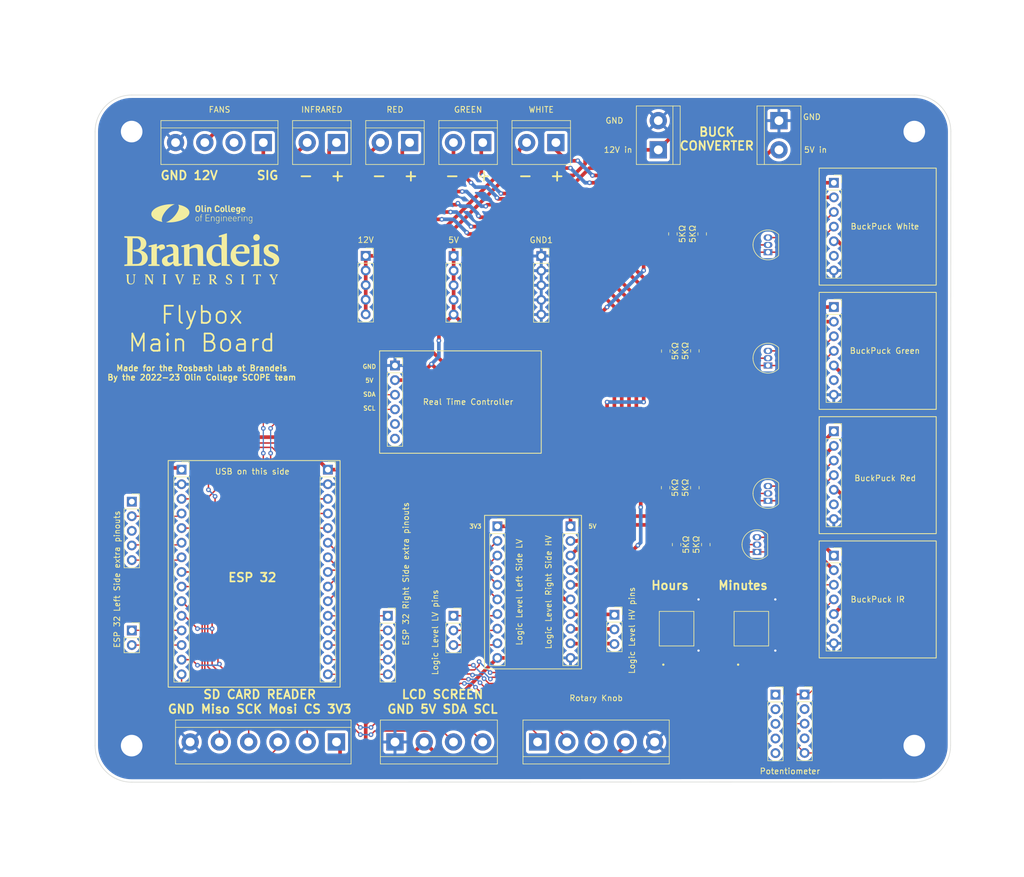
<source format=kicad_pcb>
(kicad_pcb (version 20211014) (generator pcbnew)
  (layers (0 "F.Cu" signal) (31 "B.Cu" signal) (34 "B.Paste" user) (35 "F.Paste" user) (36 "B.SilkS" user "B.Silkscreen") (37 "F.SilkS" user "F.Silkscreen") (38 "B.Mask" user) (39 "F.Mask" user) (44 "Edge.Cuts" user))
  (net 0 "")
  (net 1 "/GND")
  (net 2 "/5V")
  (net 3 "/12V")
  (net 4 "/3V3")
  (net 5 "Net-(J18-Pad2)")
  (net 6 "Net-(J18-Pad4)")
  (net 7 "Net-(J18-Pad5)")
  (net 8 "/D5")
  (net 9 "/D18")
  (net 10 "/D19")
  (net 11 "/D21")
  (net 12 "Net-(J19-Pad1)")
  (net 13 "Net-(J19-Pad2)")
  (net 14 "/D22")
  (net 15 "/D23")
  (net 18 "/D27")
  (net 19 "/D26")
  (net 20 "/D25")
  (net 21 "/D33")
  (net 22 "/D32")
  (net 23 "Net-(J25-Pad1)")
  (net 24 "Net-(J25-Pad2)")
  (net 25 "Net-(J25-Pad3)")
  (net 26 "Net-(J25-Pad4)")
  (net 27 "Net-(J25-Pad5)")
  (net 28 "/HV5")
  (net 29 "/X")
  (net 30 "/R LED+")
  (net 31 "/R LED-")
  (net 32 "/G LED+")
  (net 33 "/G LED-")
  (net 34 "/W LED+")
  (net 35 "/W LED-")
  (net 36 "/IR LED+")
  (net 37 "/IR LED-")
  (net 38 "/HV4")
  (net 39 "Net-(J16-Pad1)")
  (net 40 "Net-(J21-Pad1)")
  (net 41 "Net-(J21-Pad2)")
  (net 42 "Net-(J21-Pad3)")
  (net 44 "/HV2")
  (net 45 "/HV3")
  (net 46 "Net-(J27-Pad7)")
  (net 47 "Net-(J27-Pad8)")
  (net 48 "Net-(J27-Pad9)")
  (net 49 "/HV1")
  (net 50 "Net-(J16-Pad2)")
  (net 54 "Net-(J29-Pad1)")
  (net 55 "Net-(J31-Pad1)")
  (net 58 "Net-(J20-Pad3)")
  (net 59 "Net-(J33-Pad1)")
  (net 60 "Net-(J33-Pad2)")
  (net 61 "Net-(J35-Pad3)")
  (net 62 "Net-(J36-Pad3)")
  (net 63 "Net-(J29-Pad2)")
  (net 64 "Net-(J31-Pad2)")
  (net 65 "Net-(J37-Pad3)")
  (net 66 "/D15")
  (net 67 "/D4")
  (net 68 "/D13")
  (net 71 "/D12")
  (net 72 "/D14")
  (footprint "Package_TO_SOT_THT:TO-92_Inline" (layer "F.Cu") (at 131.445 95.885 90)
    (fp_text reference "J20")
    (fp_text value "Transistor")
  )
  (footprint "TerminalBlock:TerminalBlock_bornier-2_P5.08mm" (layer "F.Cu") (at 83.82 24.765 180)
    (fp_text reference "J11")
    (fp_text value "GREEN")
  )
  (footprint "Resistor_SMD:R_0805_2012Metric_Pad1.20x1.40mm_HandSolder" (layer "F.Cu") (at 120.65 84.725 -90)
    (fp_text reference "J33")
    (fp_text value "5KΩ")
  )
  (footprint "LOGO" (layer "F.Cu") (at 35.044091 45.085)
    (fp_text reference "G***")
    (fp_text value "LOGO" hide)
  )
  (footprint "Resistor_SMD:R_0805_2012Metric_Pad1.20x1.40mm_HandSolder" (layer "F.Cu") (at 121.92 40.64 -90)
    (fp_text reference "J29")
    (fp_text value "5KΩ")
  )
  (footprint "Resistor_SMD:R_0805_2012Metric_Pad1.20x1.40mm_HandSolder" (layer "F.Cu") (at 116.84 40.64 90)
    (fp_text reference "J30")
    (fp_text value "5KΩ")
  )
  (footprint "Package_TO_SOT_THT:TO-92_Inline" (layer "F.Cu") (at 133.35 63.5 90)
    (fp_text reference "J36")
    (fp_text value "Transistor")
  )
  (footprint "Connector_PinSocket_2.54mm:PinSocket_1x03_P2.54mm_Vertical" (layer "F.Cu") (at 78.74 106.9882)
    (fp_text reference "J21")
    (fp_text value "Logic Level LV pins")
  )
  (footprint "TerminalBlock:TerminalBlock_bornier-5_P5.08mm" (layer "F.Cu") (at 93.345 128.905)
    (fp_text reference "J6")
    (fp_text value "Rotary Knob")
  )
  (footprint "Resistor_SMD:R_0805_2012Metric_Pad1.20x1.40mm_HandSolder" (layer "F.Cu") (at 122.555 94.615 -90)
    (fp_text reference "J16")
    (fp_text value "5KΩ")
  )
  (footprint "Connector_PinSocket_2.54mm:PinSocket_1x10_P2.54mm_Vertical" (layer "F.Cu") (at 99.06 91.44)
    (fp_text reference "J27")
    (fp_text value "Logic Level Right Side HV")
  )
  (footprint "Connector_PinSocket_2.54mm:PinSocket_1x07_P2.54mm_Vertical" (layer "F.Cu") (at 144.78 74.93)
    (fp_text reference "J40")
    (fp_text value "BuckPuck Red")
  )
  (footprint "Connector_PinSocket_2.54mm:PinSocket_1x15_P2.54mm_Vertical" (layer "F.Cu") (at 56.9268 81.5882)
    (fp_text reference "J5")
    (fp_text value "ESP 32 Right Side")
  )
  (footprint "Package_TO_SOT_THT:TO-92_Inline" (layer "F.Cu") (at 133.35 43.815 90)
    (fp_text reference "J35")
    (fp_text value "Transistor")
  )
  (footprint "Connector_PinSocket_2.54mm:PinSocket_1x05_P2.54mm_Vertical" (layer "F.Cu") (at 67.335 106.9882)
    (fp_text reference "J25")
    (fp_text value "ESP 32 Right Side extra pinouts")
  )
  (footprint "Connector_PinSocket_2.54mm:PinSocket_1x06_P2.54mm_Vertical" (layer "F.Cu") (at 68.58 63.5)
    (fp_text reference "J4")
    (fp_text value "Real Time Controller")
  )
  (footprint "TerminalBlock:TerminalBlock_bornier-6_P5.08mm" (layer "F.Cu") (at 58.42 128.905 180)
    (fp_text reference "J15")
    (fp_text value "SD card reader")
  )
  (footprint "Connector_PinSocket_2.54mm:PinSocket_1x05_P2.54mm_Vertical" (layer "F.Cu") (at 93.98 44.48)
    (fp_text reference "GND1")
    (fp_text value "Extra pinouts GND")
  )
  (footprint "TerminalBlock:TerminalBlock_bornier-2_P5.08mm" (layer "F.Cu") (at 71.12 24.765 180)
    (fp_text reference "J10")
    (fp_text value "RED")
  )
  (footprint "Connector_PinSocket_2.54mm:PinSocket_1x05_P2.54mm_Vertical" (layer "F.Cu") (at 134.645 120.68)
    (fp_text reference "J22")
    (fp_text value "Potentiometer")
  )
  (footprint "Resistor_SMD:R_0805_2012Metric_Pad1.20x1.40mm_HandSolder" (layer "F.Cu") (at 115.595 60.99 90)
    (fp_text reference "J32")
    (fp_text value "5KΩ")
  )
  (footprint "TerminalBlock:TerminalBlock_bornier-4_P5.08mm" (layer "F.Cu") (at 45.72 24.765 180)
    (fp_text reference "J9")
    (fp_text value "FANS")
  )
  (footprint "Connector_PinSocket_2.54mm:PinSocket_1x05_P2.54mm_Vertical" (layer "F.Cu") (at 78.765 44.48)
    (fp_text reference "5V")
    (fp_text value "Extra pinouts 5V")
  )
  (footprint "Resistor_SMD:R_0805_2012Metric_Pad1.20x1.40mm_HandSolder" (layer "F.Cu") (at 120.65 60.96 -90)
    (fp_text reference "J31")
    (fp_text value "5KΩ")
  )
  (footprint "Connector_PinSocket_2.54mm:PinSocket_1x03_P2.54mm_Vertical" (layer "F.Cu") (at 106.68 106.8058)
    (fp_text reference "J28")
    (fp_text value "Logic Level HV pins")
  )
  (footprint "Connector_PinSocket_2.54mm:PinSocket_1x15_P2.54mm_Vertical" (layer "F.Cu") (at 31.5268 81.5882)
    (fp_text reference "J3")
    (fp_text value "ESP 32 Left Side")
  )
  (footprint "Connector_PinSocket_2.54mm:PinSocket_1x02_P2.54mm_Vertical" (layer "F.Cu") (at 22.885 109.5282)
    (fp_text reference "J19")
    (fp_text value "ESP 32 Left Side extra pinouts")
  )
  (footprint "Connector_PinSocket_2.54mm:PinSocket_1x07_P2.54mm_Vertical" (layer "F.Cu") (at 144.78 53.34)
    (fp_text reference "J39")
    (fp_text value "BuckPuck Green")
  )
  (footprint "TerminalBlock:TerminalBlock_bornier-2_P5.08mm" (layer "F.Cu") (at 58.42 24.765 180)
    (fp_text reference "J13")
    (fp_text value "INFRARED")
  )
  (footprint "TerminalBlock:TerminalBlock_bornier-2_P5.08mm" (layer "F.Cu") (at 96.52 24.765 180)
    (fp_text reference "J12")
    (fp_text value "WHITE")
  )
  (footprint "SnapEDA-Library:SW_1571563-2" (layer "F.Cu") (at 130.465 109.22 90)
    (fp_text reference "S2")
    (fp_text value "Minutes")
  )
  (footprint "TerminalBlock:TerminalBlock_bornier-2_P5.08mm" (layer "F.Cu") (at 135.255 20.955 -90)
    (fp_text reference "J1")
    (fp_text value "5V in")
  )
  (footprint "Resistor_SMD:R_0805_2012Metric_Pad1.20x1.40mm_HandSolder" (layer "F.Cu") (at 117.475 94.615 90)
    (fp_text reference "J17")
    (fp_text value "5KΩ")
  )
  (footprint "Connector_PinSocket_2.54mm:PinSocket_1x05_P2.54mm_Vertical" (layer "F.Cu") (at 139.7 120.65)
    (fp_text reference "J22")
    (fp_text value "Potentiometer")
  )
  (footprint "Connector_PinSocket_2.54mm:PinSocket_1x07_P2.54mm_Vertical" (layer "F.Cu") (at 144.78 96.52)
    (fp_text reference "J26")
    (fp_text value "BuckPuck IR")
  )
  (footprint "Connector_PinSocket_2.54mm:PinSocket_1x10_P2.54mm_Vertical" (layer "F.Cu") (at 86.36 91.44)
    (fp_text reference "J23")
    (fp_text value "Logic Level Left Side LV")
  )
  (footprint "TerminalBlock:TerminalBlock_bornier-4_P5.08mm" (layer "F.Cu") (at 68.58 128.905)
    (fp_text reference "J14")
    (fp_text value "LCD Screen")
  )
  (footprint "LOGO" (layer "F.Cu") (at 34.798 37.084)
    (fp_text reference "G***")
    (fp_text value "LOGO" hide)
  )
  (footprint "Package_TO_SOT_THT:TO-92_Inline" (layer "F.Cu") (at 133.35 86.995 90)
    (fp_text reference "J37")
    (fp_text value "Transistor")
  )
  (footprint "TerminalBlock:TerminalBlock_bornier-2_P5.08mm" (layer "F.Cu") (at 114.3 26.035 90)
    (fp_text reference "J2")
    (fp_text value "12V in")
  )
  (footprint "Connector_PinSocket_2.54mm:PinSocket_1x07_P2.54mm_Vertical" (layer "F.Cu") (at 144.78 31.75)
    (fp_text reference "J38")
    (fp_text value "BuckPuck White")
  )
  (footprint "Resistor_SMD:R_0805_2012Metric_Pad1.20x1.40mm_HandSolder" (layer "F.Cu") (at 115.57 84.725 90)
    (fp_text reference "J34")
    (fp_text value "5KΩ")
  )
  (footprint "Connector_PinSocket_2.54mm:PinSocket_1x05_P2.54mm_Vertical" (layer "F.Cu") (at 63.5 44.45)
    (fp_text reference "12V")
    (fp_text value "Extra pinouts 12V")
  )
  (footprint "Connector_PinSocket_2.54mm:PinSocket_1x05_P2.54mm_Vertical" (layer "F.Cu") (at 22.885 87.1462)
    (fp_text reference "J18")
    (fp_text value "ESP 32 Left Side extra pinouts")
  )
  (footprint "SnapEDA-Library:SW_1571563-2" (layer "F.Cu") (at 117.475 109.22 90)
    (fp_text reference "S1")
    (fp_text value "Hours")
  )
  (gr_rect (start 142.24 92.71) (end 162.56 72.39) (layer "F.SilkS") (width 0.15) (fill none))
  (gr_rect (start 142.24 71.12) (end 162.56 50.8) (layer "F.SilkS") (width 0.15) (fill none))
  (gr_rect (start 29.21 119.38) (end 59.055 80.01) (layer "F.SilkS") (width 0.15) (fill none))
  (gr_rect (start 142.24 114.3) (end 162.56 93.98) (layer "F.SilkS") (width 0.15) (fill none))
  (gr_rect (start 84.1375 116.205) (end 100.965 89.535) (layer "F.SilkS") (width 0.15) (fill none))
  (gr_rect (start 65.9157 78.74) (end 93.98 60.96) (layer "F.SilkS") (width 0.15) (fill none))
  (gr_rect (start 142.24 49.53) (end 162.56 29.21) (layer "F.SilkS") (width 0.15) (fill none))
  (gr_line (start 165.054873 129.494873) (end 165.1 22.86) (layer "Edge.Cuts") (width 0.1))
  (gr_arc (start 165.054873 129.494873) (mid 163.195 133.985) (end 158.704873 135.844873) (layer "Edge.Cuts") (width 0.1))
  (gr_line (start 22.86 135.89) (end 158.704873 135.844873) (layer "Edge.Cuts") (width 0.1))
  (gr_line (start 158.75 16.51) (end 22.86 16.51) (layer "Edge.Cuts") (width 0.1))
  (gr_line (start 16.51 22.86) (end 16.51 129.54) (layer "Edge.Cuts") (width 0.1))
  (gr_arc (start 158.75 16.51) (mid 163.240127 18.369873) (end 165.1 22.86) (layer "Edge.Cuts") (width 0.1))
  (gr_arc (start 16.51 22.86) (mid 18.369873 18.369873) (end 22.86 16.51) (layer "Edge.Cuts") (width 0.1))
  (gr_arc (start 22.86 135.89) (mid 18.369872 134.030128) (end 16.51 129.54) (layer "Edge.Cuts") (width 0.1))
  (gr_text "GND Miso SCK Mosi CS 3V3" (at 45.085 123.19) (layer "F.SilkS") (effects (font (size 1.5 1.5) (thickness 0.3))))
  (gr_text "SD CARD READER\n" (at 45.085 120.65) (layer "F.SilkS") (effects (font (size 1.5 1.5) (thickness 0.3))))
  (gr_text "Hours	Minutes\n" (at 123.19 101.705) (layer "F.SilkS") (effects (font (size 1.5 1.5) (thickness 0.3))))
  (gr_text "GND" (at 106.68 20.955) (layer "F.SilkS") (effects (font (size 1 1))))
  (gr_text "GND 5V SDA SCL" (at 76.835 123.19) (layer "F.SilkS") (effects (font (size 1.5 1.5) (thickness 0.3))))
  (gr_text "USB on this side" (at 43.815 81.915) (layer "F.SilkS") (effects (font (size 1 1))))
  (gr_text "-  +" (at 81.28 30.48) (layer "F.SilkS") (effects (font (size 2 2) (thickness 0.3))))
  (gr_text "Flybox\nMain Board\n" (at 35.035772 57.15) (layer "F.SilkS") (effects (font (size 3 3) (thickness 0.3))))
  (gr_text "GND\n\n5V\n\nSDA\n\nSCL" (at 64.135 67.31) (layer "F.SilkS") (effects (font (size 0.75 0.75))))
  (gr_text "-  +" (at 68.58 30.48) (layer "F.SilkS") (effects (font (size 2 2) (thickness 0.3))))
  (gr_text "GND" (at 140.97 20.32) (layer "F.SilkS") (effects (font (size 1 1))))
  (gr_text "Made for the Rosbash Lab at Brandeis\nBy the 2022-23 Olin College SCOPE team" (at 35.035772 64.77) (layer "F.SilkS") (effects (font (size 1 1) (thickness 0.2))))
  (gr_text "GND 12V      SIG" (at 38.1 30.48) (layer "F.SilkS") (effects (font (size 1.5 1.5) (thickness 0.3))))
  (gr_text "-  +" (at 93.98 30.48) (layer "F.SilkS") (effects (font (size 2 2) (thickness 0.3))))
  (gr_text "-  +" (at 55.88 30.48) (layer "F.SilkS") (effects (font (size 2 2) (thickness 0.3))))
  (gr_text "BUCK\nCONVERTER" (at 124.46 24.13) (layer "F.SilkS") (effects (font (size 1.5 1.5) (thickness 0.3))))
  (gr_text "5V\n" (at 102.87 91.44) (layer "F.SilkS") (effects (font (size 0.75 0.75))))
  (gr_text "ESP 32\n" (at 43.815 100.33) (layer "F.SilkS") (effects (font (size 1.5 1.5) (thickness 0.3))))
  (gr_text "LCD SCREEN\n" (at 76.835 120.65) (layer "F.SilkS") (effects (font (size 1.5 1.5) (thickness 0.3))))
  (gr_text "3V3" (at 82.55 91.44) (layer "F.SilkS") (effects (font (size 0.75 0.75))))
  (segment (start 156.21 123.825) (end 156.845 123.19) (width 0.25) (layer "F.Cu") (net 0))
  (segment (start 158.115 123.19) (end 158.75 123.19) (width 0.25) (layer "F.Cu") (net 0))
  (segment (start 158.75 123.19) (end 159.385 123.19) (width 0.25) (layer "F.Cu") (net 0))
  (segment (start 158.75 124.46) (end 158.115 124.46) (width 0.25) (layer "F.Cu") (net 0))
  (segment (start 157.48 123.825) (end 156.845 124.46) (width 0.25) (layer "F.Cu") (net 0))
  (segment (start 160.02 124.46) (end 160.655 124.46) (width 0.25) (layer "F.Cu") (net 0))
  (segment (start 158.115 124.46) (end 158.115 123.825) (width 0.25) (layer "F.Cu") (net 0))
  (segment (start 160.02 123.19) (end 160.655 123.19) (width 0.25) (layer "F.Cu") (net 0))
  (segment (start 158.75 123.19) (end 158.75 124.46) (width 0.25) (layer "F.Cu") (net 0))
  (segment (start 160.655 124.46) (end 161.29 123.825) (width 0.25) (layer "F.Cu") (net 0))
  (segment (start 156.845 124.46) (end 156.21 123.825) (width 0.25) (layer "F.Cu") (net 0))
  (segment (start 160.655 123.19) (end 160.655 123.825) (width 0.25) (layer "F.Cu") (net 0))
  (segment (start 161.29 123.825) (end 160.02 123.825) (width 0.25) (layer "F.Cu") (net 0))
  (segment (start 160.02 123.19) (end 160.02 124.46) (width 0.25) (layer "F.Cu") (net 0))
  (segment (start 156.845 123.19) (end 157.48 123.825) (width 0.25) (layer "F.Cu") (net 0))
  (segment (start 134.62 104.14) (end 134.09 104.67) (width 0.25) (layer "F.Cu") (net 1))
  (segment (start 120.755 104.67) (end 119.725 104.67) (width 0.25) (layer "F.Cu") (net 1))
  (segment (start 134.09 104.67) (end 132.715 104.67) (width 0.25) (layer "F.Cu") (net 1))
  (segment (start 120.545 113.77) (end 119.725 113.77) (width 0.25) (layer "F.Cu") (net 1))
  (segment (start 121.285 113.03) (end 120.545 113.77) (width 0.25) (layer "F.Cu") (net 1))
  (segment (start 121.285 104.14) (end 120.755 104.67) (width 0.25) (layer "F.Cu") (net 1))
  (segment (start 134.62 113.03) (end 133.88 113.77) (width 0.25) (layer "F.Cu") (net 1))
  (segment (start 133.88 113.77) (end 132.715 113.77) (width 0.25) (layer "F.Cu") (net 1))
  (via (at 22.86 129.54) (size 5) (drill 3.75) (layers "F.Cu" "B.Cu") (net 1))
  (via (at 134.62 104.14) (size 0.8) (drill 0.4) (layers "F.Cu" "B.Cu") (net 1))
  (via (at 134.62 113.03) (size 0.8) (drill 0.4) (layers "F.Cu" "B.Cu") (net 1))
  (via (at 121.285 113.03) (size 0.8) (drill 0.4) (layers "F.Cu" "B.Cu") (net 1))
  (via (at 121.285 104.14) (size 0.8) (drill 0.4) (layers "F.Cu" "B.Cu") (net 1))
  (via (at 158.75 22.86) (size 5) (drill 3.75) (layers "F.Cu" "B.Cu") (net 1))
  (via (at 158.75 129.54) (size 5) (drill 3.75) (layers "F.Cu" "B.Cu") (net 1))
  (via (at 22.86 22.86) (size 5) (drill 3.75) (layers "F.Cu" "B.Cu") (net 1))
  (segment (start 102.362 29.21) (end 130.81 29.21) (width 0.635) (layer "F.Cu") (net 2))
  (segment (start 108.585 128.905) (end 108.585 129.54) (width 0.635) (layer "F.Cu") (net 2))
  (segment (start 72.263 66.04) (end 72.263 65.906291) (width 0.635) (layer "F.Cu") (net 2))
  (segment (start 18.034 115.824) (end 27.686 125.476) (width 0.635) (layer "F.Cu") (net 2))
  (segment (start 67.945 134.62) (end 73.66 128.905) (width 0.635) (layer "F.Cu") (net 2))
  (segment (start 76.2 59.182) (end 76.213417 59.168583) (width 0.635) (layer "F.Cu") (net 2))
  (segment (start 74.916583 63.252708) (end 74.916583 63.246) (width 0.635) (layer "F.Cu") (net 2))
  (segment (start 133.985 26.035) (end 135.255 26.035) (width 0.635) (layer "F.Cu") (net 2))
  (segment (start 78.765 54.64) (end 78.765 44.48) (width 0.635) (layer "F.Cu") (net 2))
  (segment (start 56.9268 81.5882) (end 68.2718 81.5882) (width 0.635) (layer "F.Cu") (net 2))
  (segment (start 76.213417 59.168583) (end 76.213417 57.164083) (width 0.635) (layer "F.Cu") (net 2))
  (segment (start 99.06 81.28) (end 81.026 63.246) (width 0.635) (layer "F.Cu") (net 2))
  (segment (start 81.026 56.901) (end 78.765 54.64) (width 0.635) (layer "F.Cu") (net 2))
  (segment (start 68.2718 81.5882) (end 75.692 74.168) (width 0.635) (layer "F.Cu") (net 2))
  (segment (start 130.81 29.21) (end 133.985 26.035) (width 0.635) (layer "F.Cu") (net 2))
  (segment (start 18.034 81.026) (end 18.034 115.824) (width 0.635) (layer "F.Cu") (net 2))
  (segment (start 32.258 134.62) (end 67.945 134.62) (width 0.635) (layer "F.Cu") (net 2))
  (segment (start 72.263 65.906291) (end 74.916583 63.252708) (width 0.635) (layer "F.Cu") (net 2))
  (segment (start 78.765 44.48) (end 78.765 39.853) (width 0.635) (layer "F.Cu") (net 2))
  (segment (start 86.868 31.75) (end 99.822 31.75) (width 0.635) (layer "F.Cu") (net 2))
  (segment (start 78.765 39.853) (end 86.868 31.75) (width 0.635) (layer "F.Cu") (net 2))
  (segment (start 27.686 130.048) (end 32.258 134.62) (width 0.635) (layer "F.Cu") (net 2))
  (segment (start 27.686 125.476) (end 27.686 130.048) (width 0.635) (layer "F.Cu") (net 2))
  (segment (start 68.58 66.04) (end 72.263 66.04) (width 0.635) (layer "F.Cu") (net 2))
  (segment (start 78.105 133.35) (end 73.66 128.905) (width 0.635) (layer "F.Cu") (net 2))
  (segment (start 51.2846 75.946) (end 23.114 75.946) (width 0.635) (layer "F.Cu") (net 2))
  (segment (start 104.775 133.35) (end 78.105 133.35) (width 0.635) (layer "F.Cu") (net 2))
  (segment (start 56.9268 81.5882) (end 51.2846 75.946) (width 0.635) (layer "F.Cu") (net 2))
  (segment (start 75.692 64.021417) (end 74.916583 63.246) (width 0.635) (layer "F.Cu") (net 2))
  (segment (start 23.114 75.946) (end 18.034 81.026) (width 0.635) (layer "F.Cu") (net 2))
  (segment (start 78.7375 54.64) (end 78.765 54.64) (width 0.635) (layer "F.Cu") (net 2))
  (segment (start 108.585 129.54) (end 104.775 133.35) (width 0.635) (layer "F.Cu") (net 2))
  (segment (start 99.822 31.75) (end 102.362 29.21) (width 0.635) (layer "F.Cu") (net 2))
  (segment (start 76.213417 57.164083) (end 78.7375 54.64) (width 0.635) (layer "F.Cu") (net 2))
  (segment (start 81.026 63.246) (end 81.026 56.901) (width 0.635) (layer "F.Cu") (net 2))
  (segment (start 99.06 91.44) (end 99.06 81.28) (width 0.635) (layer "F.Cu") (net 2))
  (segment (start 75.692 74.168) (end 75.692 64.021417) (width 0.635) (layer "F.Cu") (net 2))
  (via (at 74.916583 63.246) (size 0.8) (drill 0.4) (layers "F.Cu" "B.Cu") (net 2))
  (via (at 76.2 59.182) (size 0.8) (drill 0.4) (layers "F.Cu" "B.Cu") (net 2))
  (segment (start 74.916583 63.246) (end 76.2 61.962583) (width 0.635) (layer "B.Cu") (net 2))
  (segment (start 76.2 61.962583) (end 76.2 59.182) (width 0.635) (layer "B.Cu") (net 2))
  (segment (start 99.568 30.48) (end 101.6 28.448) (width 0.635) (layer "F.Cu") (net 3))
  (segment (start 147.32 22.86) (end 147.32 43.7388) (width 0.635) (layer "F.Cu") (net 3))
  (segment (start 99.695 19.685) (end 40.64 19.685) (width 0.635) (layer "F.Cu") (net 3))
  (segment (start 147.32 87.1012) (end 145.3088 85.09) (width 0.635) (layer "F.Cu") (net 3))
  (segment (start 147.32 66.04) (end 147.32 87.1012) (width 0.635) (layer "F.Cu") (net 3))
  (segment (start 101.6 28.448) (end 101.6 21.59) (width 0.635) (layer "F.Cu") (net 3))
  (segment (start 147.32 43.7388) (end 145.4912 41.91) (width 0.635) (layer "F.Cu") (net 3))
  (segment (start 63.5 54.61) (end 63.5 44.45) (width 0.635) (layer "F.Cu") (net 3))
  (segment (start 99.695 19.685) (end 103.505 19.685) (width 0.635) (layer "F.Cu") (net 3))
  (segment (start 147.32 87.1012) (end 147.32 104.14) (width 0.635) (layer "F.Cu") (net 3))
  (segment (start 114.3 26.035) (end 122.555 17.78) (width 0.635) (layer "F.Cu") (net 3))
  (segment (start 103.505 19.685) (end 109.855 26.035) (width 0.635) (layer "F.Cu") (net 3))
  (segment (start 101.6 21.59) (end 99.695 19.685) (width 0.635) (layer "F.Cu") (net 3))
  (segment (start 122.555 17.78) (end 142.24 17.78) (width 0.635) (layer "F.Cu") (net 3))
  (segment (start 145.4912 41.91) (end 144.78 41.91) (width 0.635) (layer "F.Cu") (net 3))
  (segment (start 147.32 104.14) (end 144.78 106.68) (width 0.635) (layer "F.Cu") (net 3))
  (segment (start 142.24 17.78) (end 147.32 22.86) (width 0.635) (layer "F.Cu") (net 3))
  (segment (start 40.64 19.685) (end 35.56 24.765) (width 0.635) (layer "F.Cu") (net 3))
  (segment (start 109.855 26.035) (end 114.3 26.035) (width 0.635) (layer "F.Cu") (net 3))
  (segment (start 72.39 44.45) (end 86.36 30.48) (width 0.635) (layer "F.Cu") (net 3))
  (segment (start 145.3088 85.09) (end 144.78 85.09) (width 0.635) (layer "F.Cu") (net 3))
  (segment (start 147.32 66.04) (end 144.78 63.5) (width 0.635) (layer "F.Cu") (net 3))
  (segment (start 86.36 30.48) (end 99.568 30.48) (width 0.635) (layer "F.Cu") (net 3))
  (segment (start 147.32 43.7388) (end 147.32 66.04) (width 0.635) (layer "F.Cu") (net 3))
  (segment (start 63.5 44.45) (end 72.39 44.45) (width 0.635) (layer "F.Cu") (net 3))
  (segment (start 21.59 81.28) (end 19.558 83.312) (width 0.635) (layer "F.Cu") (net 4))
  (segment (start 19.558 83.312) (end 19.558 114.554) (width 0.635) (layer "F.Cu") (net 4))
  (segment (start 29.464 124.46) (end 29.464 129.54) (width 0.635) (layer "F.Cu") (net 4))
  (segment (start 63.5 130.81) (end 63.5 125.73) (width 0.635) (layer "F.Cu") (net 4))
  (segment (start 33.274 133.35) (end 59.0455 133.35) (width 0.635) (layer "F.Cu") (net 4))
  (segment (start 89.9922 114.3) (end 92.71 111.5822) (width 0.635) (layer "F.Cu") (net 4))
  (segment (start 86.36 114.3) (end 89.9922 114.3) (width 0.635) (layer "F.Cu") (net 4))
  (segment (start 76.2 124.46) (end 86.36 114.3) (width 0.635) (layer "F.Cu") (net 4))
  (segment (start 64.77 124.46) (end 76.2 124.46) (width 0.635) (layer "F.Cu") (net 4))
  (segment (start 31.2186 81.28) (end 21.59 81.28) (width 0.635) (layer "F.Cu") (net 4))
  (segment (start 90.17 91.44) (end 86.36 91.44) (width 0.635) (layer "F.Cu") (net 4))
  (segment (start 19.558 114.554) (end 29.464 124.46) (width 0.635) (layer "F.Cu") (net 4))
  (segment (start 58.42 128.905) (end 59.0455 129.5305) (width 0.635) (layer "F.Cu") (net 4))
  (segment (start 59.0455 133.35) (end 60.96 133.35) (width 0.635) (layer "F.Cu") (net 4))
  (segment (start 59.0455 129.5305) (end 59.0455 133.35) (width 0.635) (layer "F.Cu") (net 4))
  (segment (start 29.464 129.54) (end 33.274 133.35) (width 0.635) (layer "F.Cu") (net 4))
  (segment (start 60.96 133.35) (end 63.5 130.81) (width 0.635) (layer "F.Cu") (net 4))
  (segment (start 92.71 93.98) (end 90.17 91.44) (width 0.635) (layer "F.Cu") (net 4))
  (segment (start 92.71 111.5822) (end 92.71 93.98) (width 0.635) (layer "F.Cu") (net 4))
  (segment (start 63.5 125.73) (end 64.77 124.46) (width 0.635) (layer "F.Cu") (net 4))
  (segment (start 31.5268 81.5882) (end 31.2186 81.28) (width 0.635) (layer "F.Cu") (net 4))
  (segment (start 31.4252 89.6862) (end 31.5268 89.5846) (width 0.2032) (layer "F.Cu") (net 5))
  (segment (start 22.885 89.6862) (end 31.4252 89.6862) (width 0.2032) (layer "F.Cu") (net 5))
  (segment (start 31.5268 94.6646) (end 22.9866 94.6646) (width 0.2032) (layer "F.Cu") (net 6))
  (segment (start 22.9866 94.6646) (end 22.885 94.7662) (width 0.2032) (layer "F.Cu") (net 6))
  (segment (start 31.4252 97.3062) (end 31.5268 97.2046) (width 0.2032) (layer "F.Cu") (net 7))
  (segment (start 22.885 97.3062) (end 31.4252 97.3062) (width 0.2032) (layer "F.Cu") (net 7))
  (segment (start 51.562 125.222) (end 53.34 127) (width 0.254) (layer "F.Cu") (net 8))
  (segment (start 53.34 127) (end 53.34 128.905) (width 0.254) (layer "F.Cu") (net 8))
  (segment (start 36.068 115.824) (end 45.466 125.222) (width 0.254) (layer "F.Cu") (net 8))
  (segment (start 45.466 125.222) (end 51.562 125.222) (width 0.254) (layer "F.Cu") (net 8))
  (segment (start 36.068 100.838) (end 36.068 115.824) (width 0.254) (layer "F.Cu") (net 8))
  (segment (start 34.5982 99.3682) (end 36.068 100.838) (width 0.254) (layer "F.Cu") (net 8))
  (segment (start 31.5268 99.3682) (end 34.5982 99.3682) (width 0.254) (layer "F.Cu") (net 8))
  (segment (start 43.18 124.206) (end 43.18 128.905) (width 0.254) (layer "F.Cu") (net 9))
  (segment (start 33.3282 101.9082) (end 35.56 104.14) (width 0.254) (layer "F.Cu") (net 9))
  (segment (start 31.5268 101.9082) (end 33.3282 101.9082) (width 0.254) (layer "F.Cu") (net 9))
  (segment (start 35.56 116.586) (end 43.18 124.206) (width 0.254) (layer "F.Cu") (net 9))
  (segment (start 35.56 104.14) (end 35.56 116.586) (width 0.254) (layer "F.Cu") (net 9))
  (segment (start 35.106 108.0274) (end 31.5268 104.4482) (width 0.254) (layer "F.Cu") (net 10))
  (segment (start 38.1 120.396) (end 35.106 117.402) (width 0.254) (layer "F.Cu") (net 10))
  (segment (start 38.1 128.905) (end 38.1 120.396) (width 0.254) (layer "F.Cu") (net 10))
  (segment (start 35.106 117.402) (end 35.106 108.0274) (width 0.254) (layer "F.Cu") (net 10))
  (segment (start 45.480104 124.206) (end 36.83 115.555896) (width 0.254) (layer "F.Cu") (net 11))
  (segment (start 36.83 95.25) (end 36.83 109.22) (width 0.254) (layer "F.Cu") (net 11))
  (segment (start 36.83 115.555896) (end 36.83 109.22) (width 0.254) (layer "F.Cu") (net 11))
  (segment (start 65.052 127) (end 76.835 127) (width 0.254) (layer "F.Cu") (net 11))
  (segment (start 54.423026 126.365) (end 52.264026 124.206) (width 0.254) (layer "F.Cu") (net 11))
  (segment (start 45.72 73.152) (end 50.292 68.58) (width 0.2032) (layer "F.Cu") (net 11))
  (segment (start 31.5268 106.9882) (end 32.0582 106.9882) (width 0.254) (layer "F.Cu") (net 11))
  (segment (start 45.72 74.422) (end 45.72 73.152) (width 0.2032) (layer "F.Cu") (net 11))
  (segment (start 45.72 86.36) (end 36.83 95.25) (width 0.254) (layer "F.Cu") (net 11))
  (segment (start 76.835 127) (end 78.74 128.905) (width 0.254) (layer "F.Cu") (net 11))
  (segment (start 45.72 78.74) (end 45.72 86.36) (width 0.254) (layer "F.Cu") (net 11))
  (segment (start 64.417 127.635) (end 65.052 127) (width 0.254) (layer "F.Cu") (net 11))
  (segment (start 52.264026 124.206) (end 45.480104 124.206) (width 0.254) (layer "F.Cu") (net 11))
  (segment (start 61.313 126.365) (end 54.423026 126.365) (width 0.254) (layer "F.Cu") (net 11))
  (segment (start 32.0582 106.9882) (end 34.29 109.22) (width 0.254) (layer "F.Cu") (net 11))
  (segment (start 50.292 68.58) (end 68.58 68.58) (width 0.2032) (layer "F.Cu") (net 11))
  (segment (start 62.583 127.635) (end 61.313 126.365) (width 0.254) (layer "F.Cu") (net 11))
  (via (at 64.417 127.635) (size 0.8) (drill 0.4) (layers "F.Cu" "B.Cu") (net 11))
  (via (at 36.83 109.22) (size 0.8) (drill 0.4) (layers "F.Cu" "B.Cu") (net 11))
  (via (at 34.29 109.22) (size 0.8) (drill 0.4) (layers "F.Cu" "B.Cu") (net 11))
  (via (at 62.583 127.635) (size 0.8) (drill 0.4) (layers "F.Cu" "B.Cu") (net 11))
  (via (at 45.72 74.422) (size 0.8) (drill 0.4) (layers "F.Cu" "B.Cu") (net 11))
  (via (at 45.72 78.74) (size 0.8) (drill 0.4) (layers "F.Cu" "B.Cu") (net 11))
  (segment (start 34.29 109.22) (end 36.83 109.22) (width 0.254) (layer "B.Cu") (net 11))
  (segment (start 45.72 74.422) (end 45.72 78.74) (width 0.2032) (layer "B.Cu") (net 11))
  (segment (start 62.583 127.635) (end 64.417 127.635) (width 0.254) (layer "B.Cu") (net 11))
  (segment (start 22.915 109.4982) (end 31.4968 109.4982) (width 0.2032) (layer "F.Cu") (net 12))
  (segment (start 22.885 109.5282) (end 22.915 109.4982) (width 0.2032) (layer "F.Cu") (net 12))
  (segment (start 31.4968 109.4982) (end 31.5268 109.5282) (width 0.2032) (layer "F.Cu") (net 12))
  (segment (start 31.5268 112.0682) (end 22.885 112.0682) (width 0.2032) (layer "F.Cu") (net 13))
  (segment (start 46.99 74.295) (end 50.165 71.12) (width 0.2032) (layer "F.Cu") (net 14))
  (segment (start 46.99 78.74) (end 46.99 87.63) (width 0.254) (layer "F.Cu") (net 14))
  (segment (start 64.417 126.378417) (end 65.065417 125.73) (width 0.254) (layer "F.Cu") (net 14))
  (segment (start 37.846 115.11626) (end 38.1 115.37026) (width 0.254) (layer "F.Cu") (net 14))
  (segment (start 53.34 123.444) (end 45.974 123.444) (width 0.254) (layer "F.Cu") (net 14))
  (segment (start 33.3282 114.6082) (end 34.29 115.57) (width 0.254) (layer "F.Cu") (net 14))
  (segment (start 38.1 115.57) (end 38.1 115.37026) (width 0.254) (layer "F.Cu") (net 14))
  (segment (start 80.645 125.73) (end 83.82 128.905) (width 0.254) (layer "F.Cu") (net 14))
  (segment (start 62.583 126.378417) (end 61.934583 125.73) (width 0.254) (layer "F.Cu") (net 14))
  (segment (start 31.5268 114.6082) (end 33.3282 114.6082) (width 0.254) (layer "F.Cu") (net 14))
  (segment (start 37.846 96.774) (end 37.846 115.11626) (width 0.254) (layer "F.Cu") (net 14))
  (segment (start 65.065417 125.73) (end 80.645 125.73) (width 0.254) (layer "F.Cu") (net 14))
  (segment (start 45.974 123.444) (end 38.1 115.57) (width 0.254) (layer "F.Cu") (net 14))
  (segment (start 61.934583 125.73) (end 55.626 125.73) (width 0.254) (layer "F.Cu") (net 14))
  (segment (start 55.626 125.73) (end 53.34 123.444) (width 0.254) (layer "F.Cu") (net 14))
  (segment (start 46.99 74.422) (end 46.99 74.295) (width 0.2032) (layer "F.Cu") (net 14))
  (segment (start 50.165 71.12) (end 68.58 71.12) (width 0.2032) (layer "F.Cu") (net 14))
  (segment (start 46.99 87.63) (end 37.846 96.774) (width 0.254) (layer "F.Cu") (net 14))
  (via (at 46.99 78.74) (size 0.8) (drill 0.4) (layers "F.Cu" "B.Cu") (net 14))
  (via (at 62.583 126.378417) (size 0.8) (drill 0.4) (layers "F.Cu" "B.Cu") (net 14))
  (via (at 34.29 115.57) (size 0.8) (drill 0.4) (layers "F.Cu" "B.Cu") (net 14))
  (via (at 64.417 126.378417) (size 0.8) (drill 0.4) (layers "F.Cu" "B.Cu") (net 14))
  (via (at 46.99 74.422) (size 0.8) (drill 0.4) (layers "F.Cu" "B.Cu") (net 14))
  (via (at 38.1 115.37026) (size 0.8) (drill 0.4) (layers "F.Cu" "B.Cu") (net 14))
  (segment (start 38.1 115.37026) (end 37.90026 115.57) (width 0.254) (layer "B.Cu") (net 14))
  (segment (start 62.583 126.378417) (end 64.417 126.378417) (width 0.254) (layer "B.Cu") (net 14))
  (segment (start 46.99 74.422) (end 46.99 78.74) (width 0.2032) (layer "B.Cu") (net 14))
  (segment (start 37.90026 115.57) (end 34.29 115.57) (width 0.254) (layer "B.Cu") (net 14))
  (segment (start 35.56 130.81) (end 36.83 132.08) (width 0.254) (layer "F.Cu") (net 15))
  (segment (start 31.5268 117.1482) (end 31.5268 120.4268) (width 0.254) (layer "F.Cu") (net 15))
  (segment (start 36.83 132.08) (end 46.0375 132.08) (width 0.254) (layer "F.Cu") (net 15))
  (segment (start 35.56 124.46) (end 35.56 130.81) (width 0.254) (layer "F.Cu") (net 15))
  (segment (start 46.0375 132.08) (end 48.26 129.8575) (width 0.254) (layer "F.Cu") (net 15))
  (segment (start 48.26 129.8575) (end 48.26 128.905) (width 0.254) (layer "F.Cu") (net 15))
  (segment (start 31.5268 120.4268) (end 35.56 124.46) (width 0.254) (layer "F.Cu") (net 15))
  (segment (start 83.82 96.52) (end 59.1586 96.52) (width 0.254) (layer "F.Cu") (net 18))
  (segment (start 59.1586 96.52) (end 56.9268 94.2882) (width 0.254) (layer "F.Cu") (net 18))
  (segment (start 86.36 93.98) (end 83.82 96.52) (width 0.254) (layer "F.Cu") (net 18))
  (segment (start 57.8886 97.79) (end 85.09 97.79) (width 0.254) (layer "F.Cu") (net 19))
  (segment (start 85.09 97.79) (end 86.36 96.52) (width 0.254) (layer "F.Cu") (net 19))
  (segment (start 56.9268 96.8282) (end 57.8886 97.79) (width 0.254) (layer "F.Cu") (net 19))
  (segment (start 86.36 99.06) (end 57.235 99.06) (width 0.254) (layer "F.Cu") (net 20))
  (segment (start 57.235 99.06) (end 56.9268 99.3682) (width 0.254) (layer "F.Cu") (net 20))
  (segment (start 85.09 100.33) (end 86.36 101.6) (width 0.254) (layer "F.Cu") (net 21))
  (segment (start 56.9268 101.9082) (end 58.505 100.33) (width 0.254) (layer "F.Cu") (net 21))
  (segment (start 58.505 100.33) (end 85.09 100.33) (width 0.254) (layer "F.Cu") (net 21))
  (segment (start 56.9268 104.4482) (end 59.775 101.6) (width 0.254) (layer "F.Cu") (net 22))
  (segment (start 59.775 101.6) (end 83.82 101.6) (width 0.254) (layer "F.Cu") (net 22))
  (segment (start 83.82 101.6) (end 86.36 104.14) (width 0.254) (layer "F.Cu") (net 22))
  (segment (start 56.9268 106.9882) (end 67.335 106.9882) (width 0.2032) (layer "F.Cu") (net 23))
  (segment (start 67.335 109.5282) (end 56.9268 109.5282) (width 0.2032) (layer "F.Cu") (net 24))
  (segment (start 56.9268 112.0682) (end 67.335 112.0682) (width 0.2032) (layer "F.Cu") (net 25))
  (segment (start 67.335 114.6082) (end 56.9268 114.6082) (width 0.2032) (layer "F.Cu") (net 26))
  (segment (start 56.9268 117.1482) (end 67.335 117.1482) (width 0.2032) (layer "F.Cu") (net 27))
  (segment (start 96.52 102.616) (end 96.52 82.55) (width 0.635) (layer "F.Cu") (net 28))
  (segment (start 98.044 104.14) (end 96.52 102.616) (width 0.635) (layer "F.Cu") (net 28))
  (segment (start 58.42 59.69) (end 56.515 57.785) (width 0.635) (layer "F.Cu") (net 28))
  (segment (start 73.66 59.69) (end 58.42 59.69) (width 0.635) (layer "F.Cu") (net 28))
  (segment (start 56.515 42.545) (end 45.72 31.75) (width 0.635) (layer "F.Cu") (net 28))
  (segment (start 96.52 82.55) (end 73.66 59.69) (width 0.635) (layer "F.Cu") (net 28))
  (segment (start 56.515 57.785) (end 56.515 42.545) (width 0.635) (layer "F.Cu") (net 28))
  (segment (start 45.72 31.75) (end 45.72 24.765) (width 0.635) (layer "F.Cu") (net 28))
  (segment (start 99.06 104.14) (end 98.044 104.14) (width 0.635) (layer "F.Cu") (net 28))
  (segment (start 113.792 74.93) (end 131.572 74.93) (width 0.635) (layer "F.Cu") (net 30))
  (segment (start 110.49 51.562) (end 110.49 71.628) (width 0.635) (layer "F.Cu") (net 30))
  (segment (start 69.85 31.75) (end 69.85 26.035) (width 0.635) (layer "F.Cu") (net 30))
  (segment (start 84.341417 35.827417) (end 84.608834 35.56) (width 0.635) (layer "F.Cu") (net 30))
  (segment (start 84.608834 35.56) (end 94.488 35.56) (width 0.635) (layer "F.Cu") (net 30))
  (segment (start 94.488 35.56) (end 110.49 51.562) (width 0.635) (layer "F.Cu") (net 30))
  (segment (start 131.572 74.93) (end 136.1232 79.4812) (width 0.635) (layer "F.Cu") (net 30))
  (segment (start 69.85 26.035) (end 71.12 24.765) (width 0.635) (layer "F.Cu") (net 30))
  (segment (start 110.49 71.628) (end 113.792 74.93) (width 0.635) (layer "F.Cu") (net 30))
  (segment (start 136.1232 79.4812) (end 140.2288 79.4812) (width 0.635) (layer "F.Cu") (net 30))
  (segment (start 80.264 33.274) (end 71.374 33.274) (width 0.635) (layer "F.Cu") (net 30))
  (segment (start 140.2288 79.4812) (end 144.78 74.93) (width 0.635) (layer "F.Cu") (net 30))
  (segment (start 71.374 33.274) (end 69.85 31.75) (width 0.635) (layer "F.Cu") (net 30))
  (via (at 80.264 33.274) (size 0.8) (drill 0.4) (layers "F.Cu" "B.Cu") (net 30))
  (via (at 84.341417 35.827417) (size 0.8) (drill 0.4) (layers "F.Cu" "B.Cu") (net 30))
  (segment (start 80.264 33.274) (end 81.026 33.274) (width 0.635) (layer "B.Cu") (net 30))
  (segment (start 83.579417 35.827417) (end 84.341417 35.827417) (width 0.635) (layer "B.Cu") (net 30))
  (segment (start 81.026 33.274) (end 83.579417 35.827417) (width 0.635) (layer "B.Cu") (net 30))
  (segment (start 67.31 35.56) (end 63.5 31.75) (width 0.635) (layer "F.Cu") (net 31))
  (segment (start 113.03 76.2) (end 130.899132 76.2) (width 0.635) (layer "F.Cu") (net 31))
  (segment (start 109.22 52.07) (end 109.22 72.39) (width 0.635) (layer "F.Cu") (net 31))
  (segment (start 85.117541 36.83) (end 93.98 36.83) (width 0.635) (layer "F.Cu") (net 31))
  (segment (start 93.98 36.83) (end 109.22 52.07) (width 0.635) (layer "F.Cu") (net 31))
  (segment (start 79.502 35.306) (end 79.248 35.56) (width 0.635) (layer "F.Cu") (net 31))
  (segment (start 79.248 35.56) (end 67.31 35.56) (width 0.635) (layer "F.Cu") (net 31))
  (segment (start 136.720332 82.0212) (end 140.2288 82.0212) (width 0.635) (layer "F.Cu") (net 31))
  (segment (start 83.082783 37.504919) (end 83.325364 37.7475) (width 0.635) (layer "F.Cu") (net 31))
  (segment (start 63.5 31.75) (end 63.5 27.305) (width 0.635) (layer "F.Cu") (net 31))
  (segment (start 63.5 27.305) (end 66.04 24.765) (width 0.635) (layer "F.Cu") (net 31))
  (segment (start 130.899132 76.2) (end 136.720332 82.0212) (width 0.635) (layer "F.Cu") (net 31))
  (segment (start 140.2288 82.0212) (end 144.78 77.47) (width 0.635) (layer "F.Cu") (net 31))
  (segment (start 109.22 72.39) (end 113.03 76.2) (width 0.635) (layer "F.Cu") (net 31))
  (segment (start 83.325364 37.7475) (end 84.200041 37.7475) (width 0.635) (layer "F.Cu") (net 31))
  (segment (start 84.200041 37.7475) (end 85.117541 36.83) (width 0.635) (layer "F.Cu") (net 31))
  (via (at 83.082783 37.504919) (size 0.8) (drill 0.4) (layers "F.Cu" "B.Cu") (net 31))
  (via (at 79.502 35.306) (size 0.8) (drill 0.4) (layers "F.Cu" "B.Cu") (net 31))
  (segment (start 79.502 35.306) (end 80.01838 35.82238) (width 0.635) (layer "B.Cu") (net 31))
  (segment (start 82.9025 37.093368) (end 82.9025 37.324636) (width 0.635) (layer "B.Cu") (net 31))
  (segment (start 82.9025 37.324636) (end 83.082783 37.504919) (width 0.635) (layer "B.Cu") (net 31))
  (segment (start 80.01838 35.82238) (end 81.631512 35.82238) (width 0.635) (layer "B.Cu") (net 31))
  (segment (start 81.631512 35.82238) (end 82.9025 37.093368) (width 0.635) (layer "B.Cu") (net 31))
  (segment (start 86.963851 33.623851) (end 97.123851 33.623851) (width 0.635) (layer "F.Cu") (net 32))
  (segment (start 83.566 25.019) (end 83.82 24.765) (width 0.635) (layer "F.Cu") (net 32))
  (segment (start 83.566 30.199166) (end 83.566 25.019) (width 0.635) (layer "F.Cu") (net 32))
  (segment (start 116.812459 53.34) (end 144.78 53.34) (width 0.635) (layer "F.Cu") (net 32))
  (segment (start 110.8425 47.3425) (end 110.8425 47.370041) (width 0.635) (layer "F.Cu") (net 32))
  (segment (start 83.833417 30.466583) (end 83.566 30.199166) (width 0.635) (layer "F.Cu") (net 32))
  (segment (start 97.123851 33.623851) (end 110.8425 47.3425) (width 0.635) (layer "F.Cu") (net 32))
  (segment (start 110.8425 47.370041) (end 116.812459 53.34) (width 0.635) (layer "F.Cu") (net 32))
  (via (at 83.833417 30.466583) (size 0.8) (drill 0.4) (layers "F.Cu" "B.Cu") (net 32))
  (via (at 86.963851 33.623851) (size 0.8) (drill 0.4) (layers "F.Cu" "B.Cu") (net 32))
  (segment (start 83.833417 30.493417) (end 83.833417 30.466583) (width 0.635) (layer "B.Cu") (net 32))
  (segment (start 86.963851 33.623851) (end 83.833417 30.493417) (width 0.635) (layer "B.Cu") (net 32))
  (segment (start 86.469466 34.541351) (end 96.225483 34.541351) (width 0.635) (layer "F.Cu") (net 33))
  (segment (start 117.564132 55.88) (end 144.78 55.88) (width 0.635) (layer "F.Cu") (net 33))
  (segment (start 86.291803 34.363688) (end 86.469466 34.541351) (width 0.635) (layer "F.Cu") (net 33))
  (segment (start 96.225483 34.541351) (end 117.564132 55.88) (width 0.635) (layer "F.Cu") (net 33))
  (segment (start 81.788 31.75) (end 78.74 28.702) (width 0.635) (layer "F.Cu") (net 33))
  (segment (start 78.74 28.702) (end 78.74 24.765) (width 0.635) (layer "F.Cu") (net 33))
  (via (at 86.291803 34.363688) (size 0.8) (drill 0.4) (layers "F.Cu" "B.Cu") (net 33))
  (via (at 81.788 31.75) (size 0.8) (drill 0.4) (layers "F.Cu" "B.Cu") (net 33))
  (segment (start 81.788 31.75) (end 82.55 32.512) (width 0.635) (layer "B.Cu") (net 33))
  (segment (start 82.55 32.512) (end 84.554459 32.512) (width 0.635) (layer "B.Cu") (net 33))
  (segment (start 84.554459 32.512) (end 86.34623 34.303771) (width 0.635) (layer "B.Cu") (net 33))
  (segment (start 86.291803 34.358198) (end 86.291803 34.363688) (width 0.635) (layer "B.Cu") (net 33))
  (segment (start 86.34623 34.303771) (end 86.291803 34.358198) (width 0.635) (layer "B.Cu") (net 33))
  (segment (start 96.52 24.765) (end 96.52 26.035) (width 0.635) (layer "F.Cu") (net 34))
  (segment (start 98.425 27.94) (end 100.303166 27.94) (width 0.635) (layer "F.Cu") (net 34))
  (segment (start 100.303166 27.94) (end 100.316583 27.926583) (width 0.635) (layer "F.Cu") (net 34))
  (segment (start 136.652 30.48) (end 137.922 31.75) (width 0.635) (layer "F.Cu") (net 34))
  (segment (start 102.87 30.48) (end 136.652 30.48) (width 0.635) (layer "F.Cu") (net 34))
  (segment (start 96.52 26.035) (end 98.425 27.94) (width 0.635) (layer "F.Cu") (net 34))
  (segment (start 137.922 31.75) (end 144.78 31.75) (width 0.635) (layer "F.Cu") (net 34))
  (via (at 102.87 30.48) (size 0.8) (drill 0.4) (layers "F.Cu" "B.Cu") (net 34))
  (via (at 100.316583 27.926583) (size 0.8) (drill 0.4) (layers "F.Cu" "B.Cu") (net 34))
  (segment (start 102.87 30.48) (end 100.316583 27.926583) (width 0.635) (layer "B.Cu") (net 34))
  (segment (start 99.046583 29.196583) (end 91.426583 29.196583) (width 0.635) (layer "F.Cu") (net 35))
  (segment (start 102.362 31.75) (end 135.979132 31.75) (width 0.635) (layer "F.Cu") (net 35))
  (segment (start 138.519132 34.29) (end 144.78 34.29) (width 0.635) (layer "F.Cu") (net 35))
  (segment (start 91.426583 29.196583) (end 90.17 27.94) (width 0.635) (layer "F.Cu") (net 35))
  (segment (start 90.17 27.94) (end 90.17 26.035) (width 0.635) (layer "F.Cu") (net 35))
  (segment (start 135.979132 31.75) (end 138.519132 34.29) (width 0.635) (layer "F.Cu") (net 35))
  (segment (start 90.17 26.035) (end 91.44 24.765) (width 0.635) (layer "F.Cu") (net 35))
  (via (at 102.362 31.75) (size 0.8) (drill 0.4) (layers "F.Cu" "B.Cu") (net 35))
  (via (at 99.046583 29.196583) (size 0.8) (drill 0.4) (layers "F.Cu" "B.Cu") (net 35))
  (segment (start 101.6 31.75) (end 99.046583 29.196583) (width 0.635) (layer "B.Cu") (net 35))
  (segment (start 102.362 31.75) (end 101.6 31.75) (width 0.635) (layer "B.Cu") (net 35))
  (segment (start 57.15 26.035) (end 58.42 24.765) (width 0.635) (layer "F.Cu") (net 36))
  (segment (start 107.95 87.63) (end 109.982 89.662) (width 0.635) (layer "F.Cu") (net 36))
  (segment (start 81.788 39.37) (end 94.488 39.37) (width 0.635) (layer "F.Cu") (net 36))
  (segment (start 78.232 36.83) (end 59.055 36.83) (width 0.635) (layer "F.Cu") (net 36))
  (segment (start 57.15 34.925) (end 57.15 26.035) (width 0.635) (layer "F.Cu") (net 36))
  (segment (start 109.982 89.662) (end 137.922 89.662) (width 0.635) (layer "F.Cu") (net 36))
  (segment (start 107.95 52.832) (end 107.95 87.63) (width 0.635) (layer "F.Cu") (net 36))
  (segment (start 59.055 36.83) (end 57.15 34.925) (width 0.635) (layer "F.Cu") (net 36))
  (segment (start 137.922 89.662) (end 144.78 96.52) (width 0.635) (layer "F.Cu") (net 36))
  (segment (start 94.488 39.37) (end 107.95 52.832) (width 0.635) (layer "F.Cu") (net 36))
  (via (at 81.788 39.37) (size 0.8) (drill 0.4) (layers "F.Cu" "B.Cu") (net 36))
  (via (at 78.232 36.83) (size 0.8) (drill 0.4) (layers "F.Cu" "B.Cu") (net 36))
  (segment (start 79.248 36.83) (end 78.232 36.83) (width 0.635) (layer "B.Cu") (net 36))
  (segment (start 81.788 39.37) (end 79.248 36.83) (width 0.635) (layer "B.Cu") (net 36))
  (segment (start 81.026 40.386) (end 81.28 40.64) (width 0.635) (layer "F.Cu") (net 37))
  (segment (start 50.8 27.305) (end 53.34 24.765) (width 0.635) (layer "F.Cu") (net 37))
  (segment (start 50.8 32.258) (end 50.8 27.305) (width 0.635) (layer "F.Cu") (net 37))
  (segment (start 109.474 91.186) (end 136.906 91.186) (width 0.635) (layer "F.Cu") (net 37))
  (segment (start 81.28 40.64) (end 93.98 40.64) (width 0.635) (layer "F.Cu") (net 37))
  (segment (start 56.642 38.1) (end 50.8 32.258) (width 0.635) (layer "F.Cu") (net 37))
  (segment (start 106.68 88.392) (end 109.474 91.186) (width 0.635) (layer "F.Cu") (net 37))
  (segment (start 93.98 40.64) (end 106.68 53.34) (width 0.635) (layer "F.Cu") (net 37))
  (segment (start 76.708 38.1) (end 56.642 38.1) (width 0.635) (layer "F.Cu") (net 37))
  (segment (start 136.906 91.186) (end 144.78 99.06) (width 0.635) (layer "F.Cu") (net 37))
  (segment (start 106.68 53.34) (end 106.68 88.392) (width 0.635) (layer "F.Cu") (net 37))
  (via (at 76.708 38.1) (size 0.8) (drill 0.4) (layers "F.Cu" "B.Cu") (net 37))
  (via (at 81.026 40.386) (size 0.8) (drill 0.4) (layers "F.Cu" "B.Cu") (net 37))
  (segment (start 78.74 38.1) (end 76.708 38.1) (width 0.635) (layer "B.Cu") (net 37))
  (segment (start 81.026 40.386) (end 78.74 38.1) (width 0.635) (layer "B.Cu") (net 37))
  (segment (start 107.95 101.6) (end 115.935 93.615) (width 0.635) (layer "F.Cu") (net 38))
  (segment (start 99.06 101.6) (end 107.95 101.6) (width 0.635) (layer "F.Cu") (net 38))
  (segment (start 115.935 93.615) (end 117.475 93.615) (width 0.635) (layer "F.Cu") (net 38))
  (segment (start 123.555 94.615) (end 131.445 94.615) (width 0.25) (layer "F.Cu") (net 39))
  (segment (start 117.475 95.615) (end 119.015 95.615) (width 0.25) (layer "F.Cu") (net 39))
  (segment (start 121.285 93.345) (end 122.285 93.345) (width 0.25) (layer "F.Cu") (net 39))
  (segment (start 119.015 95.615) (end 121.285 93.345) (width 0.25) (layer "F.Cu") (net 39))
  (segment (start 122.555 93.615) (end 123.555 94.615) (width 0.25) (layer "F.Cu") (net 39))
  (segment (start 122.285 93.345) (end 122.555 93.615) (width 0.25) (layer "F.Cu") (net 39))
  (segment (start 78.74 106.9882) (end 78.755 106.9732) (width 0.254) (layer "F.Cu") (net 40))
  (segment (start 78.755 106.9732) (end 86.0668 106.9732) (width 0.254) (layer "F.Cu") (net 40))
  (segment (start 86.0668 106.9732) (end 86.36 106.68) (width 0.254) (layer "F.Cu") (net 40))
  (segment (start 78.755 109.5132) (end 86.0668 109.5132) (width 0.254) (layer "F.Cu") (net 41))
  (segment (start 78.74 109.5282) (end 78.755 109.5132) (width 0.254) (layer "F.Cu") (net 41))
  (segment (start 86.0668 109.5132) (end 86.36 109.22) (width 0.254) (layer "F.Cu") (net 41))
  (segment (start 78.74 112.0682) (end 78.755 112.0532) (width 0.254) (layer "F.Cu") (net 42))
  (segment (start 86.0668 112.0532) (end 86.36 111.76) (width 0.254) (layer "F.Cu") (net 42))
  (segment (start 78.755 112.0532) (end 86.0668 112.0532) (width 0.254) (layer "F.Cu") (net 42))
  (segment (start 99.06 96.52) (end 105.41 90.17) (width 0.635) (layer "F.Cu") (net 44))
  (segment (start 111.76 69.85) (end 111.76 63.825) (width 0.635) (layer "F.Cu") (net 44))
  (segment (start 105.41 90.17) (end 105.41 69.85) (width 0.635) (layer "F.Cu") (net 44))
  (segment (start 111.76 63.825) (end 115.595 59.99) (width 0.635) (layer "F.Cu") (net 44))
  (via (at 111.76 69.85) (size 0.8) (drill 0.4) (layers "F.Cu" "B.Cu") (net 44))
  (via (at 105.41 69.85) (size 0.8) (drill 0.4) (layers "F.Cu" "B.Cu") (net 44))
  (segment (start 111.76 69.85) (end 105.41 69.85) (width 0.635) (layer "B.Cu") (net 44))
  (segment (start 106.426 99.06) (end 99.06 99.06) (width 0.635) (layer "F.Cu") (net 45))
  (segment (start 111.252 85.598) (end 113.125 83.725) (width 0.635) (layer "F.Cu") (net 45))
  (segment (start 110.744 94.742) (end 106.426 99.06) (width 0.635) (layer "F.Cu") (net 45))
  (segment (start 113.125 83.725) (end 115.57 83.725) (width 0.635) (layer "F.Cu") (net 45))
  (segment (start 111.252 88.138) (end 111.252 85.598) (width 0.635) (layer "F.Cu") (net 45))
  (via (at 111.252 88.138) (size 0.8) (drill 0.4) (layers "F.Cu" "B.Cu") (net 45))
  (via (at 110.744 94.742) (size 0.8) (drill 0.4) (layers "F.Cu" "B.Cu") (net 45))
  (segment (start 111.252 94.234) (end 111.252 88.138) (width 0.635) (layer "B.Cu") (net 45))
  (segment (start 110.744 94.742) (end 111.252 94.234) (width 0.635) (layer "B.Cu") (net 45))
  (segment (start 106.6142 106.74) (end 106.68 106.8058) (width 0.254) (layer "F.Cu") (net 46))
  (segment (start 99.06 106.68) (end 99.12 106.74) (width 0.254) (layer "F.Cu") (net 46))
  (segment (start 99.12 106.74) (end 106.6142 106.74) (width 0.635) (layer "F.Cu") (net 46))
  (segment (start 99.12 109.28) (end 106.6142 109.28) (width 0.635) (layer "F.Cu") (net 47))
  (segment (start 106.6142 109.28) (end 106.68 109.3458) (width 0.254) (layer "F.Cu") (net 47))
  (segment (start 99.06 109.22) (end 99.12 109.28) (width 0.254) (layer "F.Cu") (net 47))
  (segment (start 99.12 111.82) (end 106.6142 111.82) (width 0.635) (layer "F.Cu") (net 48))
  (segment (start 106.6142 111.82) (end 106.68 111.8858) (width 0.254) (layer "F.Cu") (net 48))
  (segment (start 99.06 111.76) (end 99.12 111.82) (width 0.254) (layer "F.Cu") (net 48))
  (segment (start 100.33 93.98) (end 101.6 92.71) (width 0.635) (layer "F.Cu") (net 49))
  (segment (start 101.6 57.15) (end 105.396583 53.353417) (width 0.635) (layer "F.Cu") (net 49))
  (segment (start 99.06 93.98) (end 100.33 93.98) (width 0.635) (layer "F.Cu") (net 49))
  (segment (start 111.76 41.91) (end 114.03 39.64) (width 0.635) (layer "F.Cu") (net 49))
  (segment (start 111.76 46.99) (end 111.76 41.91) (width 0.635) (layer "F.Cu") (net 49))
  (segment (start 114.03 39.64) (end 116.84 39.64) (width 0.635) (layer "F.Cu") (net 49))
  (segment (start 101.6 92.71) (end 101.6 57.15) (width 0.635) (layer "F.Cu") (net 49))
  (via (at 111.76 46.99) (size 0.8) (drill 0.4) (layers "F.Cu" "B.Cu") (net 49))
  (via (at 105.396583 53.353417) (size 0.8) (drill 0.4) (layers "F.Cu" "B.Cu") (net 49))
  (segment (start 111.76 46.99) (end 105.396583 53.353417) (width 0.635) (layer "B.Cu") (net 49))
  (segment (start 139.7 130.81) (end 136.7822 127.8922) (width 0.2032) (layer "F.Cu") (net 50))
  (segment (start 141.605 130.81) (end 139.7 130.81) (width 0.2032) (layer "F.Cu") (net 50))
  (segment (start 142.24 130.175) (end 141.605 130.81) (width 0.2032) (layer "F.Cu") (net 50))
  (segment (start 132.969 95.885) (end 131.445 95.885) (width 0.2032) (layer "F.Cu") (net 50))
  (segment (start 122.555 95.615) (end 122.825 95.885) (width 0.25) (layer "F.Cu") (net 50))
  (segment (start 144.78 104.14) (end 142.24 106.68) (width 0.2032) (layer "F.Cu") (net 50))
  (segment (start 142.24 106.68) (end 142.24 130.175) (width 0.2032) (layer "F.Cu") (net 50))
  (segment (start 136.7822 99.6982) (end 132.969 95.885) (width 0.2032) (layer "F.Cu") (net 50))
  (segment (start 136.7822 127.8922) (end 136.7822 99.6982) (width 0.2032) (layer "F.Cu") (net 50))
  (segment (start 122.825 95.885) (end 131.445 95.885) (width 0.25) (layer "F.Cu") (net 50))
  (segment (start 128.3912 42.545) (end 133.35 42.545) (width 0.254) (layer "F.Cu") (net 54))
  (segment (start 118.38 41.64) (end 120.38 39.64) (width 0.25) (layer "F.Cu") (net 54))
  (segment (start 121.92 39.64) (end 125.4862 39.64) (width 0.25) (layer "F.Cu") (net 54))
  (segment (start 125.4862 39.64) (end 128.3912 42.545) (width 0.25) (layer "F.Cu") (net 54))
  (segment (start 116.84 41.64) (end 118.38 41.64) (width 0.25) (layer "F.Cu") (net 54))
  (segment (start 120.38 39.64) (end 121.92 39.64) (width 0.25) (layer "F.Cu") (net 54))
  (segment (start 128.27 59.69) (end 120.92 59.69) (width 0.254) (layer "F.Cu") (net 55))
  (segment (start 130.81 62.23) (end 128.27 59.69) (width 0.254) (layer "F.Cu") (net 55))
  (segment (start 117.08 61.99) (end 119.11 59.96) (width 0.25) (layer "F.Cu") (net 55))
  (segment (start 120.92 59.69) (end 120.65 59.96) (width 0.254) (layer "F.Cu") (net 55))
  (segment (start 115.595 61.99) (end 117.08 61.99) (width 0.25) (layer "F.Cu") (net 55))
  (segment (start 133.35 62.23) (end 130.81 62.23) (width 0.254) (layer "F.Cu") (net 55))
  (segment (start 119.11 59.96) (end 120.65 59.96) (width 0.25) (layer "F.Cu") (net 55))
  (segment (start 138.43 125.73) (end 137.795 125.095) (width 0.2032) (layer "F.Cu") (net 58))
  (segment (start 137.2108 95.9358) (end 134.62 93.345) (width 0.25) (layer "F.Cu") (net 58))
  (segment (start 137.795 125.095) (end 137.795 121.285) (width 0.2032) (layer "F.Cu") (net 58))
  (segment (start 138.4808 120.65) (end 139.7 120.65) (width 0.254) (layer "F.Cu") (net 58))
  (segment (start 138.43 120.65) (end 139.7 120.65) (width 0.2032) (layer "F.Cu") (net 58))
  (segment (start 137.795 121.285) (end 138.43 120.65) (width 0.2032) (layer "F.Cu") (net 58))
  (segment (start 141.224 119.761) (end 140.335 120.65) (width 0.2032) (layer "F.Cu") (net 58))
  (segment (start 134.62 93.345) (end 131.445 93.345) (width 0.25) (layer "F.Cu") (net 58))
  (segment (start 139.7 125.73) (end 138.43 125.73) (width 0.2032) (layer "F.Cu") (net 58))
  (segment (start 137.2108 108.0008) (end 137.2108 119.38) (width 0.254) (layer "F.Cu") (net 58))
  (segment (start 142.875 101.6) (end 141.224 103.251) (width 0.2032) (layer "F.Cu") (net 58))
  (segment (start 137.2108 108.0008) (end 137.2108 95.9358) (width 0.25) (layer "F.Cu") (net 58))
  (segment (start 141.224 103.251) (end 141.224 119.761) (width 0.2032) (layer "F.Cu") (net 58))
  (segment (start 140.335 120.65) (end 139.7 120.65) (width 0.2032) (layer "F.Cu") (net 58))
  (segment (start 144.78 101.6) (end 142.875 101.6) (width 0.2032) (layer "F.Cu") (net 58))
  (segment (start 137.2108 119.38) (end 138.4808 120.65) (width 0.254) (layer "F.Cu") (net 58))
  (segment (start 115.57 85.725) (end 117.475 85.725) (width 0.25) (layer "F.Cu") (net 59))
  (segment (start 130.9312 85.725) (end 133.35 85.725) (width 0.254) (layer "F.Cu") (net 59))
  (segment (start 119.475 83.725) (end 120.65 83.725) (width 0.25) (layer "F.Cu") (net 59))
  (segment (start 128.9312 83.725) (end 129.2831 84.0769) (width 0.25) (layer "F.Cu") (net 59))
  (segment (start 129.2831 84.0769) (end 130.9312 85.725) (width 0.254) (layer "F.Cu") (net 59))
  (segment (start 120.65 83.725) (end 128.9312 83.725) (width 0.25) (layer "F.Cu") (net 59))
  (segment (start 117.475 85.725) (end 119.475 83.725) (width 0.25) (layer "F.Cu") (net 59))
  (segment (start 128.1488 86.995) (end 133.35 86.995) (width 0.254) (layer "F.Cu") (net 60))
  (segment (start 121.92 86.995) (end 120.65 85.725) (width 0.254) (layer "F.Cu") (net 60))
  (segment (start 133.35 86.995) (end 140.335 86.995) (width 0.254) (layer "F.Cu") (net 60))
  (segment (start 140.335 86.995) (end 144.78 82.55) (width 0.254) (layer "F.Cu") (net 60))
  (segment (start 128.1488 86.995) (end 121.92 86.995) (width 0.254) (layer "F.Cu") (net 60))
  (segment (start 140.335 41.275) (end 140.97 40.64) (width 0.25) (layer "F.Cu") (net 61))
  (segment (start 140.97 40.64) (end 144.78 36.83) (width 0.254) (layer "F.Cu") (net 61))
  (segment (start 133.35 41.275) (end 140.335 41.275) (width 0.25) (layer "F.Cu") (net 61))
  (segment (start 140.4362 41.1738) (end 140.97 40.64) (width 0.254) (layer "F.Cu") (net 61))
  (segment (start 142.24 60.96) (end 142.875 60.325) (width 0.25) (layer "F.Cu") (net 62))
  (segment (start 142.875 60.325) (end 144.78 58.42) (width 0.254) (layer "F.Cu") (net 62))
  (segment (start 133.35 60.96) (end 142.24 60.96) (width 0.25) (layer "F.Cu") (net 62))
  (segment (start 140.335 43.815) (end 140.97 43.18) (width 0.25) (layer "F.Cu") (net 63))
  (segment (start 140.4362 43.7138) (end 140.97 43.18) (width 0.254) (layer "F.Cu") (net 63))
  (segment (start 140.97 43.18) (end 144.78 39.37) (width 0.254) (layer "F.Cu") (net 63))
  (segment (start 121.92 41.64) (end 124.095 43.815) (width 0.25) (layer "F.Cu") (net 63))
  (segment (start 124.095 43.815) (end 133.35 43.815) (width 0.25) (layer "F.Cu") (net 63))
  (segment (start 133.35 43.815) (end 140.335 43.815) (width 0.25) (layer "F.Cu") (net 63))
  (segment (start 122.19 63.5) (end 120.65 61.96) (width 0.25) (layer "F.Cu") (net 64))
  (segment (start 144.78 60.96) (end 142.24 63.5) (width 0.254) (layer "F.Cu") (net 64))
  (segment (start 130.81 63.5) (end 133.35 63.5) (width 0.254) (layer "F.Cu") (net 64))
  (segment (start 130.81 63.5) (end 122.19 63.5) (width 0.25) (layer "F.Cu") (net 64))
  (segment (start 142.24 63.5) (end 133.35 63.5) (width 0.254) (layer "F.Cu") (net 64))
  (segment (start 140.335 84.455) (end 133.35 84.455) (width 0.254) (layer "F.Cu") (net 65))
  (segment (start 144.78 80.01) (end 140.335 84.455) (width 0.254) (layer "F.Cu") (net 65))
  (segment (start 48.895 117.983) (end 48.895 79.375) (width 0.25) (layer "F.Cu") (net 66))
  (segment (start 35.8868 86.6682) (end 31.5268 86.6682) (width 0.25) (layer "F.Cu") (net 66))
  (segment (start 79.896417 118.731583) (end 75.438 123.19) (width 0.25) (layer "F.Cu") (net 66))
  (segment (start 75.438 123.19) (end 54.102 123.19) (width 0.25) (layer "F.Cu") (net 66))
  (segment (start 48.895 79.375) (end 47.244 77.724) (width 0.25) (layer "F.Cu") (net 66))
  (segment (start 80.631583 118.731583) (end 79.896417 118.731583) (width 0.25) (layer "F.Cu") (net 66))
  (segment (start 83.185 120.015) (end 85.725 120.015) (width 0.25) (layer "F.Cu") (net 66))
  (segment (start 44.831 77.724) (end 35.8868 86.6682) (width 0.25) (layer "F.Cu") (net 66))
  (segment (start 54.102 123.19) (end 48.895 117.983) (width 0.25) (layer "F.Cu") (net 66))
  (segment (start 47.244 77.724) (end 44.831 77.724) (width 0.25) (layer "F.Cu") (net 66))
  (segment (start 93.345 127.635) (end 93.345 128.905) (width 0.25) (layer "F.Cu") (net 66))
  (segment (start 85.725 120.015) (end 93.345 127.635) (width 0.25) (layer "F.Cu") (net 66))
  (segment (start 82.563417 119.393417) (end 83.185 120.015) (width 0.25) (layer "F.Cu") (net 66))
  (via (at 82.563417 119.393417) (size 0.8) (drill 0.4) (layers "F.Cu" "B.Cu") (net 66))
  (via (at 80.631583 118.731583) (size 0.8) (drill 0.4) (layers "F.Cu" "B.Cu") (net 66))
  (segment (start 81.901583 118.731583) (end 82.563417 119.393417) (width 0.25) (layer "B.Cu") (net 66))
  (segment (start 80.631583 118.731583) (end 81.901583 118.731583) (width 0.25) (layer "B.Cu") (net 66))
  (segment (start 36.195 83.185) (end 36.195 85.09) (width 0.25) (layer "F.Cu") (net 67))
  (segment (start 81.338338 118.007083) (end 78.847141 118.007083) (width 0.25) (layer "F.Cu") (net 67))
  (segment (start 47.752 76.962) (end 42.418 76.962) (width 0.25) (layer "F.Cu") (net 67))
  (segment (start 74.934224 121.92) (end 53.848 121.92) (width 0.25) (layer "F.Cu") (net 67))
  (segment (start 83.348184 118.60865) (end 84.119534 119.38) (width 0.25) (layer "F.Cu") (net 67))
  (segment (start 49.53 78.74) (end 47.752 76.962) (width 0.25) (layer "F.Cu") (net 67))
  (segment (start 84.119534 119.38) (end 89.535 119.38) (width 0.25) (layer "F.Cu") (net 67))
  (segment (start 37.342299 87.371701) (end 32.9658 91.7482) (width 0.25) (layer "F.Cu") (net 67))
  (segment (start 42.418 76.962) (end 36.195 83.185) (width 0.25) (layer "F.Cu") (net 67))
  (segment (start 53.848 121.92) (end 49.53 117.602) (width 0.25) (layer "F.Cu") (net 67))
  (segment (start 32.9658 91.7482) (end 31.5268 91.7482) (width 0.25) (layer "F.Cu") (net 67))
  (segment (start 78.847141 118.007083) (end 74.934224 121.92) (width 0.25) (layer "F.Cu") (net 67))
  (segment (start 37.342299 86.237299) (end 37.342299 87.371701) (width 0.25) (layer "F.Cu") (net 67))
  (segment (start 98.425 128.27) (end 98.425 128.905) (width 0.25) (layer "F.Cu") (net 67))
  (segment (start 89.535 119.38) (end 98.425 128.27) (width 0.25) (layer "F.Cu") (net 67))
  (segment (start 49.53 117.602) (end 49.53 78.74) (width 0.25) (layer "F.Cu") (net 67))
  (via (at 36.195 85.09) (size 0.8) (drill 0.4) (layers "F.Cu" "B.Cu") (net 67))
  (via (at 83.348184 118.60865) (size 0.8) (drill 0.4) (layers "F.Cu" "B.Cu") (net 67))
  (via (at 81.338338 118.007083) (size 0.8) (drill 0.4) (layers "F.Cu" "B.Cu") (net 67))
  (via (at 37.342299 86.237299) (size 0.8) (drill 0.4) (layers "F.Cu" "B.Cu") (net 67))
  (segment (start 36.195 85.09) (end 37.342299 86.237299) (width 0.25) (layer "B.Cu") (net 67))
  (segment (start 82.746617 118.007083) (end 81.338338 118.007083) (width 0.25) (layer "B.Cu") (net 67))
  (segment (start 83.348184 118.60865) (end 82.746617 118.007083) (width 0.25) (layer "B.Cu") (net 67))
  (segment (start 84.898043 118.745) (end 93.98 118.745) (width 0.25) (layer "F.Cu") (net 68))
  (segment (start 74.549 121.285) (end 78.74 117.094) (width 0.254) (layer "F.Cu") (net 68))
  (segment (start 54.229 121.285) (end 74.549 121.285) (width 0.254) (layer "F.Cu") (net 68))
  (segment (start 81.865326 117.094) (end 82.053909 117.282583) (width 0.254) (layer "F.Cu") (net 68))
  (segment (start 51.435 118.491) (end 54.229 121.285) (width 0.254) (layer "F.Cu") (net 68))
  (segment (start 56.9268 86.6682) (end 55.5718 86.6682) (width 0.254) (layer "F.Cu") (net 68))
  (segment (start 84.054939 117.901896) (end 84.898043 118.745) (width 0.25) (layer "F.Cu") (net 68))
  (segment (start 55.5718 86.6682) (end 51.435 90.805) (width 0.254) (layer "F.Cu") (net 68))
  (segment (start 103.505 128.27) (end 103.505 128.905) (width 0.25) (layer "F.Cu") (net 68))
  (segment (start 51.435 90.805) (end 51.435 118.491) (width 0.254) (layer "F.Cu") (net 68))
  (segment (start 93.98 118.745) (end 103.505 128.27) (width 0.25) (layer "F.Cu") (net 68))
  (segment (start 78.74 117.094) (end 81.865326 117.094) (width 0.254) (layer "F.Cu") (net 68))
  (via (at 84.054939 117.901896) (size 0.8) (drill 0.4) (layers "F.Cu" "B.Cu") (net 68))
  (via (at 82.053909 117.282583) (size 0.8) (drill 0.4) (layers "F.Cu" "B.Cu") (net 68))
  (segment (start 84.054939 117.901896) (end 83.435626 117.282583) (width 0.25) (layer "B.Cu") (net 68))
  (segment (start 83.435626 117.282583) (end 82.053909 117.282583) (width 0.25) (layer "B.Cu") (net 68))
  (segment (start 101.6 116.84) (end 103.93 114.51) (width 0.25) (layer "F.Cu") (net 71))
  (segment (start 103.93 114.51) (end 114.485 114.51) (width 0.25) (layer "F.Cu") (net 71))
  (segment (start 115.225 104.67) (end 115.04 104.67) (width 0.25) (layer "F.Cu") (net 71))
  (segment (start 85.103417 116.853417) (end 85.116834 116.84) (width 0.25) (layer "F.Cu") (net 71))
  (segment (start 74.168 120.65) (end 54.618448 120.65) (width 0.25) (layer "F.Cu") (net 71))
  (segment (start 55.5718 89.2082) (end 56.9268 89.2082) (width 0.25) (layer "F.Cu") (net 71))
  (segment (start 83.185 115.595802) (end 82.392802 116.388) (width 0.25) (layer "F.Cu") (net 71))
  (segment (start 83.185 114.935) (end 83.185 115.595802) (width 0.25) (layer "F.Cu") (net 71))
  (segment (start 54.618448 120.65) (end 52.705 118.736552) (width 0.25) (layer "F.Cu") (net 71))
  (segment (start 115.04 113.77) (end 115.225 113.77) (width 0.25) (layer "F.Cu") (net 71))
  (segment (start 52.705 92.075) (end 55.5718 89.2082) (width 0.25) (layer "F.Cu") (net 71))
  (segment (start 114.485 114.51) (end 115.225 113.77) (width 0.25) (layer "F.Cu") (net 71))
  (segment (start 113.03 106.68) (end 113.03 111.76) (width 0.25) (layer "F.Cu") (net 71))
  (segment (start 78.43 116.388) (end 74.168 120.65) (width 0.25) (layer "F.Cu") (net 71))
  (segment (start 52.705 118.736552) (end 52.705 92.075) (width 0.25) (layer "F.Cu") (net 71))
  (segment (start 115.04 104.67) (end 113.03 106.68) (width 0.25) (layer "F.Cu") (net 71))
  (segment (start 82.392802 116.388) (end 78.43 116.388) (width 0.25) (layer "F.Cu") (net 71))
  (segment (start 113.03 111.76) (end 115.04 113.77) (width 0.25) (layer "F.Cu") (net 71))
  (segment (start 85.116834 116.84) (end 101.6 116.84) (width 0.25) (layer "F.Cu") (net 71))
  (via (at 83.185 114.935) (size 0.8) (drill 0.4) (layers "F.Cu" "B.Cu") (net 71))
  (via (at 85.103417 116.853417) (size 0.8) (drill 0.4) (layers "F.Cu" "B.Cu") (net 71))
  (segment (start 83.185 114.935) (end 85.103417 116.853417) (width 0.25) (layer "B.Cu") (net 71))
  (segment (start 125.73 106.045) (end 127.105 104.67) (width 0.25) (layer "F.Cu") (net 72))
  (segment (start 85.4505 117.66) (end 85.144071 117.966429) (width 0.25) (layer "F.Cu") (net 72))
  (segment (start 82.185497 115.57) (end 78.232 115.57) (width 0.25) (layer "F.Cu") (net 72))
  (segment (start 53.975 118.989156) (end 53.975 93.345) (width 0.25) (layer "F.Cu") (net 72))
  (segment (start 73.787 120.015) (end 55.000844 120.015) (width 0.25) (layer "F.Cu") (net 72))
  (segment (start 128.215 113.77) (end 127.105 113.77) (width 0.25) (layer "F.Cu") (net 72))
  (segment (start 124.96 117.66) (end 85.4505 117.66) (width 0.25) (layer "F.Cu") (net 72))
  (segment (start 125.73 112.395) (end 125.73 106.045) (width 0.25) (layer "F.Cu") (net 72))
  (segment (start 127.105 104.67) (end 128.215 104.67) (width 0.25) (layer "F.Cu") (net 72))
  (segment (start 78.232 115.57) (end 73.787 120.015) (width 0.25) (layer "F.Cu") (net 72))
  (segment (start 128.215 113.77) (end 128.215 114.405) (width 0.25) (layer "F.Cu") (net 72))
  (segment (start 128.215 114.405) (end 124.96 117.66) (width 0.25) (layer "F.Cu") (net 72))
  (segment (start 127.105 113.77) (end 125.73 112.395) (width 0.25) (layer "F.Cu") (net 72))
  (segment (start 55.000844 120.015) (end 53.975 118.989156) (width 0.25) (layer "F.Cu") (net 72))
  (segment (start 53.975 93.345) (end 55.5718 91.7482) (width 0.25) (layer "F.Cu") (net 72))
  (segment (start 55.5718 91.7482) (end 56.9268 91.7482) (width 0.25) (layer "F.Cu") (net 72))
  (via (at 85.144071 117.966429) (size 0.8) (drill 0.4) (layers "F.Cu" "B.Cu") (net 72))
  (via (at 82.185497 115.57) (size 0.8) (drill 0.4) (layers "F.Cu" "B.Cu") (net 72))
  (segment (start 84.010225 116.832583) (end 85.144071 117.966429) (width 0.25) (layer "B.Cu") (net 72))
  (segment (start 82.46 115.870305) (end 83.422278 116.832583) (width 0.25) (layer "B.Cu") (net 72))
  (segment (start 82.46 115.844503) (end 82.46 115.870305) (width 0.25) (layer "B.Cu") (net 72))
  (segment (start 82.185497 115.57) (end 82.46 115.844503) (width 0.25) (layer "B.Cu") (net 72))
  (segment (start 83.422278 116.832583) (end 84.010225 116.832583) (width 0.25) (layer "B.Cu") (net 72))
  (zone (net 1) (net_name "/GND") (layer "B.Cu") (connect_pads (clearance 0.508)) (min_thickness 0.254) (fill yes (thermal_gap 0.508) (thermal_bridge_width 0.508))
    (polygon (pts (xy 177.8 152.4) (xy 0 152.4) (xy 0 0) (xy 177.8 0)))
  )
)
</source>
